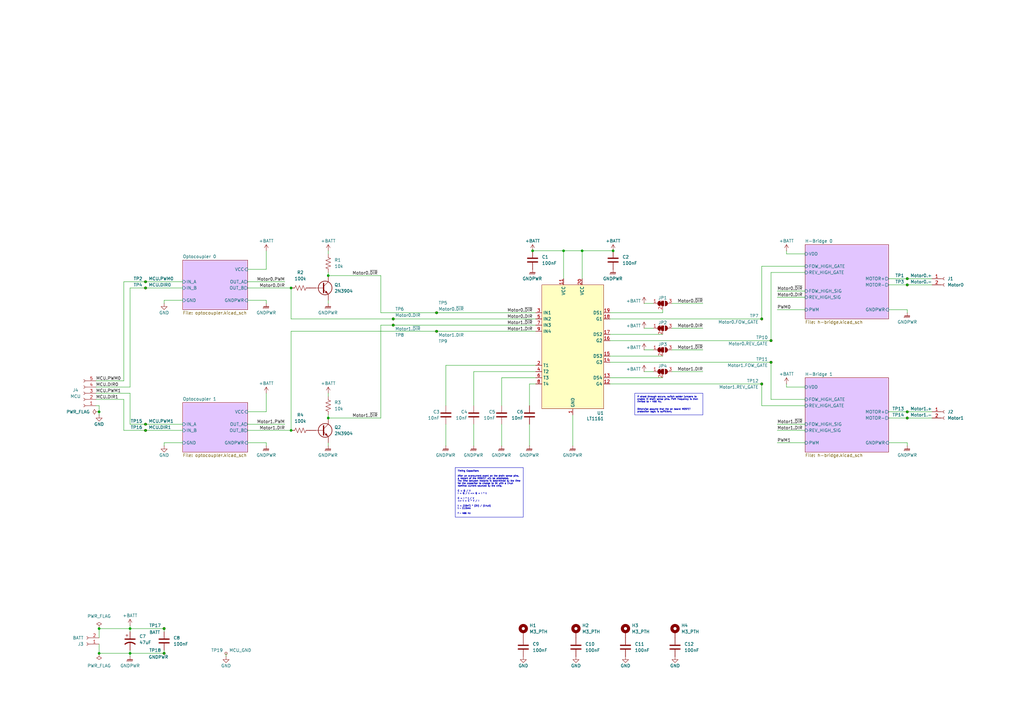
<source format=kicad_sch>
(kicad_sch (version 20250114) (generator "eeschema") (generator_version "9.0")
  (paper "A3")
  (title_block (title "Motor Controller") (date "2025-06-14") (rev "A") (company "Team 5") (comment 1 "George Sleen"))
  (lib_symbols
    (symbol "Connector:Conn_01x02_Socket" (pin_names (offset 1.016) (hide yes))
      (property "Reference" "J" (at 0 2.54 0))
      (property "Value" "Conn_01x02_Socket" (at 0 -5.08 0))
      (symbol "Conn_01x02_Socket_1_1"
        (polyline (pts (xy -1.27 0) (xy -0.508 0)) (stroke (width 0.1524)))
        (polyline (pts (xy -1.27 -2.54) (xy -0.508 -2.54)) (stroke (width 0.1524)))
        (arc (start 0 -0.508) (mid -0.5058 0) (end 0 0.508) (stroke (width 0.1524)))
        (arc (start 0 -3.048) (mid -0.5058 -2.54) (end 0 -2.032) (stroke (width 0.1524)))
        (pin passive line (at -5.08 0 0) (length 3.81) (name "Pin_1") (number "1"))
        (pin passive line (at -5.08 -2.54 0) (length 3.81) (name "Pin_2") (number "2"))
      )
    )
    (symbol "Connector:Conn_01x05_Socket" (pin_names (offset 1.016) (hide yes))
      (property "Reference" "J" (at 0 7.62 0))
      (property "Value" "Conn_01x05_Socket" (at 0 -7.62 0))
      (symbol "Conn_01x05_Socket_1_1"
        (polyline (pts (xy -1.27 5.08) (xy -0.508 5.08)) (stroke (width 0.1524)))
        (polyline (pts (xy -1.27 2.54) (xy -0.508 2.54)) (stroke (width 0.1524)))
        (polyline (pts (xy -1.27 0) (xy -0.508 0)) (stroke (width 0.1524)))
        (polyline (pts (xy -1.27 -2.54) (xy -0.508 -2.54)) (stroke (width 0.1524)))
        (polyline (pts (xy -1.27 -5.08) (xy -0.508 -5.08)) (stroke (width 0.1524)))
        (arc (start 0 4.572) (mid -0.5058 5.08) (end 0 5.588) (stroke (width 0.1524)))
        (arc (start 0 2.032) (mid -0.5058 2.54) (end 0 3.048) (stroke (width 0.1524)))
        (arc (start 0 -0.508) (mid -0.5058 0) (end 0 0.508) (stroke (width 0.1524)))
        (arc (start 0 -3.048) (mid -0.5058 -2.54) (end 0 -2.032) (stroke (width 0.1524)))
        (arc (start 0 -5.588) (mid -0.5058 -5.08) (end 0 -4.572) (stroke (width 0.1524)))
        (pin passive line (at -5.08 5.08 0) (length 3.81) (name "Pin_1") (number "1"))
        (pin passive line (at -5.08 2.54 0) (length 3.81) (name "Pin_2") (number "2"))
        (pin passive line (at -5.08 0 0) (length 3.81) (name "Pin_3") (number "3"))
        (pin passive line (at -5.08 -2.54 0) (length 3.81) (name "Pin_4") (number "4"))
        (pin passive line (at -5.08 -5.08 0) (length 3.81) (name "Pin_5") (number "5"))
      )
    )
    (symbol "Connector:TestPoint_Small" (pin_numbers (hide yes)) (pin_names (offset 0.762) (hide yes))
      (property "Reference" "TP" (at 0 3.81 0))
      (property "Value" "TestPoint_Small" (at 0 2.032 0))
      (symbol "TestPoint_Small_0_1"
        (circle (center 0 0) (radius 0.508))
      )
      (symbol "TestPoint_Small_1_1"
        (pin passive line (at 0 0 90) (length 0) (name "1") (number "1"))
      )
    )
    (symbol "Device:C_Polarized_US" (pin_numbers (hide yes)) (pin_names (offset 0.254) (hide yes))
      (property "Reference" "C" (at 0.635 2.54 0))
      (property "Value" "C_Polarized_US" (at 0.635 -2.54 0))
      (symbol "C_Polarized_US_0_1"
        (polyline (pts (xy -2.032 0.762) (xy 2.032 0.762)) (stroke (width 0.508)))
        (polyline (pts (xy -1.778 2.286) (xy -0.762 2.286)))
        (polyline (pts (xy -1.27 1.778) (xy -1.27 2.794)))
        (arc (start -2.032 -1.27) (mid 0 -0.5572) (end 2.032 -1.27) (stroke (width 0.508)))
      )
      (symbol "C_Polarized_US_1_1"
        (pin passive line (at 0 3.81 270) (length 2.794) (name "~") (number "1"))
        (pin passive line (at 0 -3.81 90) (length 3.302) (name "~") (number "2"))
      )
    )
    (symbol "GS_Capacitor_THT:C_THT_100nF" (pin_numbers (hide yes)) (pin_names (offset 0.254))
      (property "Reference" "C" (at 0.635 2.54 0))
      (property "Value" "100nF" (at 0.635 -2.54 0))
      (symbol "C_THT_100nF_0_1"
        (polyline (pts (xy -2.032 0.762) (xy 2.032 0.762)) (stroke (width 0.508)))
        (polyline (pts (xy -2.032 -0.762) (xy 2.032 -0.762)) (stroke (width 0.508)))
      )
      (symbol "C_THT_100nF_1_1"
        (pin passive line (at 0 3.81 270) (length 2.794) (name "~") (number "1"))
        (pin passive line (at 0 -3.81 90) (length 2.794) (name "~") (number "2"))
      )
    )
    (symbol "GS_Gate_Drivers:LT1161"
      (property "Reference" "U" (at 12.7 26.67 0))
      (property "Value" "LT1161" (at -12.7 26.67 0))
      (symbol "LT1161_1_1"
        (rectangle (start -12.7 25.4) (end 12.7 -25.4) (fill (type background)))
        (pin input line (at -15.24 13.97 0) (length 2.54) (name "IN1") (number "3"))
        (pin input line (at -15.24 11.43 0) (length 2.54) (name "IN2") (number "5"))
        (pin input line (at -15.24 8.89 0) (length 2.54) (name "IN3") (number "7"))
        (pin input line (at -15.24 6.35 0) (length 2.54) (name "IN4") (number "9"))
        (pin passive line (at -15.24 -7.62 0) (length 2.54) (name "T1") (number "2"))
        (pin passive line (at -15.24 -10.16 0) (length 2.54) (name "T2") (number "4"))
        (pin passive line (at -15.24 -12.7 0) (length 2.54) (name "T3") (number "6"))
        (pin passive line (at -15.24 -15.24 0) (length 2.54) (name "T4") (number "8"))
        (pin power_in line (at -3.81 27.94 270) (length 2.54) (name "VCC") (number "11"))
        (pin input line (at 0 -27.94 90) (length 2.54) (name "GND") (number "1"))
        (pin input line (at 0 -27.94 90) (length 2.54) (hide yes) (name "GND") (number "10"))
        (pin power_in line (at 3.81 27.94 270) (length 2.54) (name "VCC") (number "20"))
        (pin passive line (at 15.24 13.97 180) (length 2.54) (name "DS1") (number "19"))
        (pin output line (at 15.24 11.43 180) (length 2.54) (name "G1") (number "18"))
        (pin passive line (at 15.24 5.08 180) (length 2.54) (name "DS2") (number "17"))
        (pin output line (at 15.24 2.54 180) (length 2.54) (name "G2") (number "16"))
        (pin passive line (at 15.24 -3.81 180) (length 2.54) (name "DS3") (number "15"))
        (pin output line (at 15.24 -6.35 180) (length 2.54) (name "G3") (number "14"))
        (pin passive line (at 15.24 -12.7 180) (length 2.54) (name "DS4") (number "13"))
        (pin output line (at 15.24 -15.24 180) (length 2.54) (name "G4") (number "12"))
      )
    )
    (symbol "GS_Resistor_THT:R_250mW" (pin_numbers (hide yes)) (pin_names (offset 0))
      (property "Reference" "R" (at 2.54 0 90))
      (property "Value" "R_250mW" (at -2.54 0 90))
      (symbol "R_250mW_0_1"
        (polyline (pts (xy 0 2.286) (xy 0 2.54)))
        (polyline (pts (xy 0 2.286) (xy 1.016 1.905) (xy 0 1.524) (xy -1.016 1.143) (xy 0 0.762)))
        (polyline (pts (xy 0 0.762) (xy 1.016 0.381) (xy 0 0) (xy -1.016 -0.381) (xy 0 -0.762)))
        (polyline (pts (xy 0 -0.762) (xy 1.016 -1.143) (xy 0 -1.524) (xy -1.016 -1.905) (xy 0 -2.286)))
        (polyline (pts (xy 0 -2.286) (xy 0 -2.54)))
      )
      (symbol "R_250mW_1_1"
        (pin passive line (at 0 3.81 270) (length 1.27) (name "~") (number "1"))
        (pin passive line (at 0 -3.81 90) (length 1.27) (name "~") (number "2"))
      )
    )
    (symbol "GS_Transistors:BJT_NPN_40V_200mA" (pin_numbers (hide yes)) (pin_names (offset 0) (hide yes))
      (property "Reference" "Q" (at 5.08 1.27 0))
      (property "Value" "2N3904" (at 5.08 -1.27 0))
      (symbol "BJT_NPN_40V_200mA_0_1"
        (polyline (pts (xy -2.54 0) (xy 0.635 0)))
        (polyline (pts (xy 0.635 1.905) (xy 0.635 -1.905)) (stroke (width 0.508)))
        (polyline (pts (xy 0.635 0.635) (xy 2.54 2.54)))
        (polyline (pts (xy 0.635 -0.635) (xy 2.54 -2.54)))
        (circle (center 1.27 0) (radius 2.8194) (stroke (width 0.254)))
        (polyline (pts (xy 1.27 -1.778) (xy 1.778 -1.27) (xy 2.286 -2.286) (xy 1.27 -1.778)) (fill (type outline)))
      )
      (symbol "BJT_NPN_40V_200mA_1_1"
        (pin input line (at -5.08 0 0) (length 2.54) (name "B") (number "2"))
        (pin passive line (at 2.54 5.08 270) (length 2.54) (name "C") (number "3"))
        (pin passive line (at 2.54 -5.08 90) (length 2.54) (name "E") (number "1"))
      )
    )
    (symbol "GS_Virtual:SolderJumper_3_Bridged12" (pin_names (offset 0) (hide yes)) (in_bom no)
      (property "Reference" "JP" (at -2.54 -2.54 0))
      (property "Value" "VALUE" (at 0 2.794 0))
      (symbol "SolderJumper_3_Bridged12_0_1"
        (polyline (pts (xy -2.54 0) (xy -2.032 0)))
        (polyline (pts (xy -1.016 1.016) (xy -1.016 -1.016)))
        (rectangle (start -1.016 0.508) (end -0.508 -0.508) (fill (type outline)))
        (arc (start -1.016 -1.016) (mid -2.0276 0) (end -1.016 1.016))
        (arc (start -1.016 -1.016) (mid -2.0276 0) (end -1.016 1.016) (fill (type outline)))
        (rectangle (start -0.508 1.016) (end 0.508 -1.016) (fill (type outline)))
        (polyline (pts (xy 0 -1.27) (xy 0 -1.016)))
        (arc (start 1.016 1.016) (mid 2.0276 0) (end 1.016 -1.016))
        (arc (start 1.016 1.016) (mid 2.0276 0) (end 1.016 -1.016) (fill (type outline)))
        (polyline (pts (xy 1.016 1.016) (xy 1.016 -1.016)))
        (polyline (pts (xy 2.54 0) (xy 2.032 0)))
      )
      (symbol "SolderJumper_3_Bridged12_1_1"
        (pin passive line (at -3.81 0 0) (length 1.27) (name "A") (number "1"))
        (pin passive line (at 0 -2.54 90) (length 1.27) (name "C") (number "2"))
        (pin passive line (at 3.81 0 180) (length 1.27) (name "B") (number "3"))
      )
    )
    (symbol "Mechanical:MountingHole_Pad" (pin_numbers (hide yes)) (pin_names (offset 1.016) (hide yes)) (in_bom no)
      (property "Reference" "H" (at 0 6.35 0))
      (property "Value" "MountingHole_Pad" (at 0 4.445 0))
      (symbol "MountingHole_Pad_0_1"
        (circle (center 0 1.27) (radius 1.27) (stroke (width 1.27)))
      )
      (symbol "MountingHole_Pad_1_1"
        (pin input line (at 0 -2.54 90) (length 2.54) (name "1") (number "1"))
      )
    )
    (symbol "power:+BATT" (power) (pin_numbers (hide yes)) (pin_names (offset 0) (hide yes))
      (property "Value" "+BATT" (at 0 3.556 0))
      (symbol "+BATT_0_1"
        (polyline (pts (xy -0.762 1.27) (xy 0 2.54)))
        (polyline (pts (xy 0 2.54) (xy 0.762 1.27)))
        (polyline (pts (xy 0 0) (xy 0 2.54)))
      )
      (symbol "+BATT_1_1"
        (pin power_in line (at 0 0 90) (length 0) (name "~") (number "1"))
      )
    )
    (symbol "power:GND" (power) (pin_numbers (hide yes)) (pin_names (offset 0) (hide yes))
      (property "Value" "GND" (at 0 -3.81 0))
      (symbol "GND_0_1"
        (polyline (pts (xy 0 0) (xy 0 -1.27) (xy 1.27 -1.27) (xy 0 -2.54) (xy -1.27 -1.27) (xy 0 -1.27)))
      )
      (symbol "GND_1_1"
        (pin power_in line (at 0 0 270) (length 0) (name "~") (number "1"))
      )
    )
    (symbol "power:GNDPWR" (power) (pin_numbers (hide yes)) (pin_names (offset 0) (hide yes))
      (property "Value" "GNDPWR" (at 0 -3.302 0))
      (symbol "GNDPWR_0_1"
        (polyline (pts (xy -1.016 -1.27) (xy -1.27 -2.032) (xy -1.27 -2.032)) (stroke (width 0.2032)))
        (polyline (pts (xy -0.508 -1.27) (xy -0.762 -2.032) (xy -0.762 -2.032)) (stroke (width 0.2032)))
        (polyline (pts (xy 0 -1.27) (xy 0 0)))
        (polyline (pts (xy 0 -1.27) (xy -0.254 -2.032) (xy -0.254 -2.032)) (stroke (width 0.2032)))
        (polyline (pts (xy 0.508 -1.27) (xy 0.254 -2.032) (xy 0.254 -2.032)) (stroke (width 0.2032)))
        (polyline (pts (xy 1.016 -1.27) (xy -1.016 -1.27) (xy -1.016 -1.27)) (stroke (width 0.2032)))
        (polyline (pts (xy 1.016 -1.27) (xy 0.762 -2.032) (xy 0.762 -2.032) (xy 0.762 -2.032)) (stroke (width 0.2032)))
      )
      (symbol "GNDPWR_1_1"
        (pin power_in line (at 0 0 270) (length 0) (name "~") (number "1"))
      )
    )
    (symbol "power:PWR_FLAG" (power) (pin_numbers (hide yes)) (pin_names (offset 0) (hide yes))
      (property "Value" "PWR_FLAG" (at 0 3.81 0))
      (symbol "PWR_FLAG_0_0"
        (pin power_out line (at 0 0 90) (length 0) (name "~") (number "1"))
      )
      (symbol "PWR_FLAG_0_1"
        (polyline (pts (xy 0 0) (xy 0 1.27) (xy -1.016 1.905) (xy 0 2.54) (xy 1.016 1.905) (xy 0 1.27)))
      )
    )
  )
  (text_box "If shoot through occurs, switch solder jumpers to enable IC drain sense pins. PWM frequency is then limited to ~ 450 Hz.\n\n\nOtherwise assume that the on board MOSFET protection logic is sufficient." (at 260.35 161.29 0) (size 27.94 8.89) (margins 0.9525 0.9525 0.9525 0.9525) (effects (font (size 0.635 0.635)) (justify left top)))
  (text_box "Timing Capacitors\n\nAfter an overcurrent event on the drain sense pins, a restart of the MOSFET will be attempted.\nThe time between restarts is determined by the time for the capacitor to charge to 3V with a 14uA nominal current sourced by the chip.\n\nC = Q / V\nI = Q / t => Q = I * t\n\nC = I * t / V \n=> t = C * V / I\n\nt = (10nF) * (3V) / (14uA)\nt ~ 2.15ms\n\nf ~ 466 Hz\n" (at 186.69 191.77 0) (size 27.94 20.32) (margins 0.9525 0.9525 0.9525 0.9525) (effects (font (size 0.635 0.635)) (justify left top)))
  (junction (at 312.42 130.81))
  (junction (at 134.62 113.03))
  (junction (at 312.42 157.48))
  (junction (at 161.29 130.81))
  (junction (at 372.11 168.91))
  (junction (at 179.07 128.27))
  (junction (at 119.38 118.11))
  (junction (at 238.76 102.87))
  (junction (at 134.62 171.45))
  (junction (at 40.64 257.81))
  (junction (at 67.31 257.81))
  (junction (at 59.69 115.57))
  (junction (at 316.23 148.59))
  (junction (at 59.69 176.53))
  (junction (at 119.38 176.53))
  (junction (at 372.11 171.45))
  (junction (at 179.07 135.89))
  (junction (at 67.31 267.97))
  (junction (at 59.69 173.99))
  (junction (at 372.11 116.84))
  (junction (at 53.34 257.81))
  (junction (at 161.29 133.35))
  (junction (at 53.34 267.97))
  (junction (at 218.44 102.87))
  (junction (at 372.11 114.3))
  (junction (at 316.23 139.7))
  (junction (at 231.14 102.87))
  (junction (at 251.46 102.87))
  (junction (at 59.69 118.11))
  (junction (at 40.64 267.97))
  (junction (at 40.64 168.91))
  (wire (pts (xy 182.88 149.86) (xy 182.88 166.37)))
  (wire (pts (xy 40.64 166.37) (xy 40.64 168.91)))
  (wire (pts (xy 134.62 102.87) (xy 134.62 104.14)))
  (wire (pts (xy 271.78 128.27) (xy 250.19 128.27)))
  (wire (pts (xy 59.69 118.11) (xy 74.93 118.11)))
  (wire (pts (xy 312.42 109.22) (xy 330.2 109.22)))
  (wire (pts (xy 156.21 128.27) (xy 179.07 128.27)))
  (wire (pts (xy 161.29 130.81) (xy 219.71 130.81)))
  (wire (pts (xy 67.31 181.61) (xy 67.31 182.88)))
  (wire (pts (xy 134.62 182.88) (xy 134.62 181.61)))
  (wire (pts (xy 67.31 267.97) (xy 67.31 266.7)))
  (wire (pts (xy 182.88 173.99) (xy 182.88 182.88)))
  (wire (pts (xy 92.71 269.24) (xy 92.71 267.97)))
  (wire (pts (xy 264.16 152.4) (xy 267.97 152.4)))
  (wire (pts (xy 312.42 166.37) (xy 312.42 157.48)))
  (wire (pts (xy 156.21 133.35) (xy 161.29 133.35)))
  (wire (pts (xy 194.31 173.99) (xy 194.31 182.88)))
  (wire (pts (xy 134.62 170.18) (xy 134.62 171.45)))
  (wire (pts (xy 109.22 168.91) (xy 101.6 168.91)))
  (wire (pts (xy 50.8 156.21) (xy 50.8 115.57)))
  (wire (pts (xy 109.22 181.61) (xy 101.6 181.61)))
  (wire (pts (xy 53.34 158.75) (xy 53.34 118.11)))
  (wire (pts (xy 109.22 124.46) (xy 109.22 123.19)))
  (wire (pts (xy 53.34 161.29) (xy 39.37 161.29)))
  (wire (pts (xy 179.07 135.89) (xy 119.38 135.89)))
  (wire (pts (xy 318.77 119.38) (xy 330.2 119.38)))
  (wire (pts (xy 119.38 130.81) (xy 161.29 130.81)))
  (wire (pts (xy 53.34 173.99) (xy 59.69 173.99)))
  (wire (pts (xy 330.2 111.76) (xy 316.23 111.76)))
  (wire (pts (xy 134.62 171.45) (xy 156.21 171.45)))
  (wire (pts (xy 134.62 111.76) (xy 134.62 113.03)))
  (wire (pts (xy 119.38 118.11) (xy 101.6 118.11)))
  (wire (pts (xy 322.58 102.87) (xy 322.58 104.14)))
  (wire (pts (xy 364.49 114.3) (xy 372.11 114.3)))
  (wire (pts (xy 322.58 157.48) (xy 322.58 158.75)))
  (wire (pts (xy 40.64 166.37) (xy 39.37 166.37)))
  (wire (pts (xy 264.16 134.62) (xy 267.97 134.62)))
  (wire (pts (xy 288.29 152.4) (xy 275.59 152.4)))
  (wire (pts (xy 312.42 166.37) (xy 330.2 166.37)))
  (wire (pts (xy 194.31 166.37) (xy 194.31 152.4)))
  (wire (pts (xy 53.34 118.11) (xy 59.69 118.11)))
  (wire (pts (xy 219.71 149.86) (xy 182.88 149.86)))
  (wire (pts (xy 109.22 110.49) (xy 101.6 110.49)))
  (wire (pts (xy 238.76 102.87) (xy 238.76 114.3)))
  (wire (pts (xy 231.14 102.87) (xy 238.76 102.87)))
  (wire (pts (xy 53.34 266.7) (xy 53.34 267.97)))
  (wire (pts (xy 318.77 173.99) (xy 330.2 173.99)))
  (wire (pts (xy 194.31 152.4) (xy 219.71 152.4)))
  (wire (pts (xy 67.31 257.81) (xy 53.34 257.81)))
  (wire (pts (xy 318.77 127) (xy 330.2 127)))
  (wire (pts (xy 312.42 109.22) (xy 312.42 130.81)))
  (wire (pts (xy 53.34 257.81) (xy 40.64 257.81)))
  (wire (pts (xy 382.27 116.84) (xy 372.11 116.84)))
  (wire (pts (xy 364.49 116.84) (xy 372.11 116.84)))
  (wire (pts (xy 219.71 135.89) (xy 179.07 135.89)))
  (wire (pts (xy 322.58 104.14) (xy 330.2 104.14)))
  (wire (pts (xy 156.21 113.03) (xy 156.21 128.27)))
  (wire (pts (xy 39.37 156.21) (xy 50.8 156.21)))
  (wire (pts (xy 372.11 182.88) (xy 372.11 181.61)))
  (wire (pts (xy 101.6 115.57) (xy 116.84 115.57)))
  (wire (pts (xy 67.31 181.61) (xy 74.93 181.61)))
  (wire (pts (xy 250.19 154.94) (xy 271.78 154.94)))
  (wire (pts (xy 53.34 173.99) (xy 53.34 161.29)))
  (wire (pts (xy 109.22 102.87) (xy 109.22 110.49)))
  (wire (pts (xy 372.11 181.61) (xy 364.49 181.61)))
  (wire (pts (xy 372.11 128.27) (xy 372.11 127)))
  (wire (pts (xy 50.8 115.57) (xy 59.69 115.57)))
  (wire (pts (xy 372.11 127) (xy 364.49 127)))
  (wire (pts (xy 53.34 256.54) (xy 53.34 257.81)))
  (wire (pts (xy 59.69 176.53) (xy 74.93 176.53)))
  (wire (pts (xy 40.64 264.16) (xy 40.64 267.97)))
  (wire (pts (xy 217.17 166.37) (xy 217.17 157.48)))
  (wire (pts (xy 53.34 257.81) (xy 53.34 259.08)))
  (wire (pts (xy 316.23 163.83) (xy 330.2 163.83)))
  (wire (pts (xy 288.29 124.46) (xy 275.59 124.46)))
  (wire (pts (xy 134.62 124.46) (xy 134.62 123.19)))
  (wire (pts (xy 134.62 113.03) (xy 156.21 113.03)))
  (wire (pts (xy 59.69 115.57) (xy 74.93 115.57)))
  (wire (pts (xy 322.58 158.75) (xy 330.2 158.75)))
  (wire (pts (xy 67.31 257.81) (xy 67.31 259.08)))
  (wire (pts (xy 109.22 161.29) (xy 109.22 168.91)))
  (wire (pts (xy 67.31 267.97) (xy 53.34 267.97)))
  (wire (pts (xy 156.21 171.45) (xy 156.21 133.35)))
  (wire (pts (xy 316.23 148.59) (xy 316.23 163.83)))
  (wire (pts (xy 372.11 168.91) (xy 364.49 168.91)))
  (wire (pts (xy 318.77 176.53) (xy 330.2 176.53)))
  (wire (pts (xy 288.29 143.51) (xy 275.59 143.51)))
  (wire (pts (xy 50.8 163.83) (xy 39.37 163.83)))
  (wire (pts (xy 372.11 168.91) (xy 382.27 168.91)))
  (wire (pts (xy 59.69 173.99) (xy 74.93 173.99)))
  (wire (pts (xy 40.64 267.97) (xy 53.34 267.97)))
  (wire (pts (xy 217.17 173.99) (xy 217.17 182.88)))
  (wire (pts (xy 231.14 114.3) (xy 231.14 102.87)))
  (wire (pts (xy 205.74 166.37) (xy 205.74 154.94)))
  (wire (pts (xy 264.16 143.51) (xy 267.97 143.51)))
  (wire (pts (xy 179.07 128.27) (xy 219.71 128.27)))
  (wire (pts (xy 238.76 102.87) (xy 251.46 102.87)))
  (wire (pts (xy 119.38 118.11) (xy 119.38 130.81)))
  (wire (pts (xy 205.74 173.99) (xy 205.74 182.88)))
  (wire (pts (xy 53.34 269.24) (xy 53.34 267.97)))
  (wire (pts (xy 250.19 148.59) (xy 316.23 148.59)))
  (wire (pts (xy 250.19 157.48) (xy 312.42 157.48)))
  (wire (pts (xy 217.17 157.48) (xy 219.71 157.48)))
  (wire (pts (xy 109.22 182.88) (xy 109.22 181.61)))
  (wire (pts (xy 101.6 173.99) (xy 116.84 173.99)))
  (wire (pts (xy 161.29 133.35) (xy 219.71 133.35)))
  (wire (pts (xy 134.62 162.56) (xy 134.62 161.29)))
  (wire (pts (xy 50.8 176.53) (xy 59.69 176.53)))
  (wire (pts (xy 318.77 121.92) (xy 330.2 121.92)))
  (wire (pts (xy 382.27 114.3) (xy 372.11 114.3)))
  (wire (pts (xy 205.74 154.94) (xy 219.71 154.94)))
  (wire (pts (xy 50.8 176.53) (xy 50.8 163.83)))
  (wire (pts (xy 109.22 123.19) (xy 101.6 123.19)))
  (wire (pts (xy 119.38 135.89) (xy 119.38 176.53)))
  (wire (pts (xy 40.64 168.91) (xy 40.64 170.18)))
  (wire (pts (xy 67.31 123.19) (xy 74.93 123.19)))
  (wire (pts (xy 67.31 123.19) (xy 67.31 124.46)))
  (wire (pts (xy 231.14 102.87) (xy 218.44 102.87)))
  (wire (pts (xy 271.78 127) (xy 271.78 128.27)))
  (wire (pts (xy 101.6 176.53) (xy 119.38 176.53)))
  (wire (pts (xy 250.19 137.16) (xy 271.78 137.16)))
  (wire (pts (xy 288.29 134.62) (xy 275.59 134.62)))
  (wire (pts (xy 250.19 139.7) (xy 316.23 139.7)))
  (wire (pts (xy 39.37 158.75) (xy 53.34 158.75)))
  (wire (pts (xy 318.77 181.61) (xy 330.2 181.61)))
  (wire (pts (xy 250.19 146.05) (xy 271.78 146.05)))
  (wire (pts (xy 372.11 171.45) (xy 382.27 171.45)))
  (wire (pts (xy 372.11 171.45) (xy 364.49 171.45)))
  (wire (pts (xy 264.16 124.46) (xy 267.97 124.46)))
  (wire (pts (xy 40.64 257.81) (xy 40.64 261.62)))
  (wire (pts (xy 316.23 111.76) (xy 316.23 139.7)))
  (wire (pts (xy 234.95 170.18) (xy 234.95 182.88)))
  (wire (pts (xy 250.19 130.81) (xy 312.42 130.81)))
  (label "Motor1.DIR" (at 318.77 176.53 0))
  (label "Motor0.~{DIR}" (at 318.77 119.38 0))
  (label "Motor1.DIR" (at 116.84 176.53 180))
  (label "Motor1.DIR" (at 288.29 152.4 180))
  (label "Motor0.DIR" (at 116.84 118.11 180))
  (label "PWM1" (at 318.77 181.61 0))
  (label "Motor1.~{DIR}" (at 218.44 133.35 180))
  (label "Motor0.~{DIR}" (at 288.29 124.46 180))
  (label "MCU.DIR0" (at 39.37 158.75 0))
  (label "MCU.PWM1" (at 39.37 161.29 0))
  (label "Motor1.~{DIR}" (at 318.77 173.99 0))
  (label "MCU.PWM0" (at 39.37 156.21 0))
  (label "PWM0" (at 318.77 127 0))
  (label "MCU.DIR1" (at 39.37 163.83 0))
  (label "Motor0.DIR" (at 218.44 130.81 180))
  (label "Motor0.DIR" (at 288.29 134.62 180))
  (label "Motor1.~{DIR}" (at 288.29 143.51 180))
  (label "Motor0.DIR" (at 318.77 121.92 0))
  (label "Motor1.~{DIR}" (at 154.94 171.45 180))
  (label "Motor0.PWM" (at 116.84 115.57 180))
  (label "Motor0.~{DIR}" (at 154.94 113.03 180))
  (label "Motor1.PWM" (at 116.84 173.99 180))
  (label "Motor1.DIR" (at 218.44 135.89 180))
  (label "Motor0.~{DIR}" (at 218.44 128.27 180))
  (symbol (lib_id "Connector:TestPoint_Small") (at 67.31 267.97 0) (unit 1)
    (property "Reference" "TP18" (at 66.04 266.6999 0) (effects (justify right)))
    (property "Value" "GNDPWR" (at 60.96 269.494 0) (effects (justify left)))
    (property "Footprint" "TestPoint:TestPoint_Pad_1.5x1.5mm" (effects (hide yes)))
    (property "Description" "test point" (effects (hide yes)))
  )
  (symbol (lib_id "power:GND") (at 276.86 269.24 0) (unit 1)
    (property "Reference" "#PWR035" (effects (hide yes)))
    (property "Value" "GND" (at 276.86 273.05 0))
    (property "Description" "Power symbol creates a global label with name \"GND\" , ground" (effects (hide yes)))
  )
  (symbol (lib_id "power:+BATT") (at 322.58 157.48 0) (unit 1)
    (property "Reference" "#PWR016" (effects (hide yes)))
    (property "Value" "+BATT" (at 322.58 153.416 0))
    (property "Description" "Power symbol creates a global label with name \"+BATT\"" (effects (hide yes)))
  )
  (symbol (lib_id "Connector:TestPoint_Small") (at 67.31 257.81 0) (unit 1)
    (property "Reference" "TP17" (at 66.04 256.5399 0) (effects (justify right)))
    (property "Value" "BATT" (at 61.214 259.334 0) (effects (justify left)))
    (property "Footprint" "TestPoint:TestPoint_Pad_1.5x1.5mm" (effects (hide yes)))
    (property "Description" "test point" (effects (hide yes)))
  )
  (symbol (lib_id "GS_Virtual:SolderJumper_3_Bridged12") (at 271.78 143.51 0) (unit 1) (in_bom no)
    (property "Reference" "JP3" (at 271.78 141.224 0))
    (property "Value" "MOTOR1_FOW" (effects (hide yes)))
    (property "Footprint" "Jumper:SolderJumper-3_P1.3mm_Bridged12_RoundedPad1.0x1.5mm" (effects (hide yes)))
    (property "Description" "3-pole Solder Jumper, pins 1+2 closed/bridged" (effects (hide yes)))
  )
  (symbol (lib_id "Connector:Conn_01x05_Socket") (at 34.29 161.29 180) (unit 1)
    (property "Reference" "J4" (at 30.988 160.02 0))
    (property "Value" "MCU" (at 30.988 162.56 0))
    (property "Footprint" "Connector_JST:JST_XH_B5B-XH-A_1x05_P2.50mm_Vertical" (effects (hide yes)))
    (property "Description" "Generic connector, single row, 01x05, script generated" (effects (hide yes)))
  )
  (symbol (lib_id "power:+BATT") (at 109.22 161.29 0) (mirror y) (unit 1)
    (property "Reference" "#PWR017" (effects (hide yes)))
    (property "Value" "+BATT" (at 109.22 157.226 0))
    (property "Description" "Power symbol creates a global label with name \"+BATT\"" (effects (hide yes)))
  )
  (symbol (lib_id "power:GNDPWR") (at 109.22 182.88 0) (unit 1)
    (property "Reference" "#PWR021" (effects (hide yes)))
    (property "Value" "GNDPWR" (at 109.22 186.69 0))
    (property "Description" "Power symbol creates a global label with name \"GNDPWR\" , global ground" (effects (hide yes)))
  )
  (symbol (lib_id "power:PWR_FLAG") (at 40.64 257.81 0) (unit 1)
    (property "Reference" "#FLG01" (effects (hide yes)))
    (property "Value" "PWR_FLAG" (at 40.64 252.73 0))
    (property "Description" "Special symbol for telling ERC where power comes from" (effects (hide yes)))
  )
  (symbol (lib_id "GS_Capacitor_THT:C_THT_100nF") (at 67.31 262.89 0) (unit 1)
    (property "Reference" "C8" (at 71.12 261.6199 0) (effects (justify left)))
    (property "Value" "100nF" (at 71.12 264.1599 0) (effects (justify left)))
    (property "Footprint" "Capacitor_THT:C_Disc_D3.0mm_W2.0mm_P2.50mm" (effects (hide yes)))
    (property "Description" "100nF Unpolarized Capacitor" (effects (hide yes)))
  )
  (symbol (lib_id "Connector:Conn_01x02_Socket") (at 387.35 114.3 0) (unit 1)
    (property "Reference" "J1" (at 388.62 114.2999 0) (effects (justify left)))
    (property "Value" "Motor0" (at 388.62 116.8399 0) (effects (justify left)))
    (property "Footprint" "Connector_JST:JST_XH_B2B-XH-A_1x02_P2.50mm_Vertical" (effects (hide yes)))
    (property "Description" "Generic connector, single row, 01x02, script generated" (effects (hide yes)))
  )
  (symbol (lib_id "Connector:Conn_01x02_Socket") (at 35.56 264.16 180) (unit 1)
    (property "Reference" "J3" (at 34.29 264.1601 0) (effects (justify left)))
    (property "Value" "BATT" (at 34.29 261.6201 0) (effects (justify left)))
    (property "Footprint" "Connector_JST:JST_XH_B2B-XH-A_1x02_P2.50mm_Vertical" (effects (hide yes)))
    (property "Description" "Generic connector, single row, 01x02, script generated" (effects (hide yes)))
  )
  (symbol (lib_id "Mechanical:MountingHole_Pad") (at 276.86 259.08 0) (unit 1) (in_bom no)
    (property "Reference" "H4" (at 279.4 256.5399 0) (effects (justify left)))
    (property "Value" "M3_PTH" (at 279.4 259.0799 0) (effects (justify left)))
    (property "Footprint" "MountingHole:MountingHole_3.2mm_M3_Pad" (effects (hide yes)))
    (property "Description" "Mounting Hole with connection" (effects (hide yes)))
  )
  (symbol (lib_id "Connector:TestPoint_Small") (at 312.42 130.81 0) (unit 1)
    (property "Reference" "TP7" (at 311.15 129.5399 0) (effects (justify right)))
    (property "Value" "Motor0.FOW_GATE" (at 311.15 132.0799 0) (effects (justify right)))
    (property "Footprint" "TestPoint:TestPoint_Pad_1.5x1.5mm" (effects (hide yes)))
    (property "Description" "test point" (effects (hide yes)))
  )
  (symbol (lib_id "power:GNDPWR") (at 217.17 182.88 0) (unit 1)
    (property "Reference" "#PWR026" (effects (hide yes)))
    (property "Value" "GNDPWR" (at 217.043 186.69 0))
    (property "Description" "Power symbol creates a global label with name \"GNDPWR\" , global ground" (effects (hide yes)))
  )
  (symbol (lib_id "power:GND") (at 256.54 269.24 0) (unit 1)
    (property "Reference" "#PWR034" (effects (hide yes)))
    (property "Value" "GND" (at 256.54 273.05 0))
    (property "Description" "Power symbol creates a global label with name \"GND\" , ground" (effects (hide yes)))
  )
  (symbol (lib_id "power:GND") (at 92.71 269.24 0) (unit 1)
    (property "Reference" "#PWR031" (effects (hide yes)))
    (property "Value" "GND" (at 92.71 273.05 0))
    (property "Description" "Power symbol creates a global label with name \"GND\" , ground" (effects (hide yes)))
  )
  (symbol (lib_id "GS_Capacitor_THT:C_THT_100nF") (at 236.22 265.43 0) (unit 1)
    (property "Reference" "C10" (at 240.03 264.1599 0) (effects (justify left)))
    (property "Value" "100nF" (at 240.03 266.6999 0) (effects (justify left)))
    (property "Footprint" "Capacitor_THT:C_Disc_D3.0mm_W2.0mm_P2.50mm" (effects (hide yes)))
    (property "Description" "100nF Unpolarized Capacitor" (effects (hide yes)))
  )
  (symbol (lib_id "power:GNDPWR") (at 205.74 182.88 0) (unit 1)
    (property "Reference" "#PWR025" (effects (hide yes)))
    (property "Value" "GNDPWR" (at 205.613 186.69 0))
    (property "Description" "Power symbol creates a global label with name \"GNDPWR\" , global ground" (effects (hide yes)))
  )
  (symbol (lib_id "power:GNDPWR") (at 134.62 182.88 0) (unit 1)
    (property "Reference" "#PWR022" (effects (hide yes)))
    (property "Value" "GNDPWR" (at 134.493 186.69 0))
    (property "Description" "Power symbol creates a global label with name \"GNDPWR\" , global ground" (effects (hide yes)))
  )
  (symbol (lib_id "Connector:TestPoint_Small") (at 59.69 115.57 0) (unit 1)
    (property "Reference" "TP2" (at 58.42 114.2999 0) (effects (justify right)))
    (property "Value" "MCU.PWM0" (at 60.96 114.3 0) (effects (justify left)))
    (property "Footprint" "TestPoint:TestPoint_Pad_1.5x1.5mm" (effects (hide yes)))
    (property "Description" "test point" (effects (hide yes)))
  )
  (symbol (lib_id "GS_Resistor_THT:R_250mW") (at 134.62 166.37 0) (unit 1)
    (property "Reference" "R3" (at 137.16 165.0999 0) (effects (justify left)))
    (property "Value" "10k" (at 137.16 167.6399 0) (effects (justify left)))
    (property "Footprint" "Resistor_THT:R_Axial_DIN0309_L9.0mm_D3.2mm_P12.70mm_Horizontal" (effects (hide yes)))
    (property "Description" "Resistor, US symbol" (effects (hide yes)))
  )
  (symbol (lib_id "power:+BATT") (at 264.16 134.62 0) (unit 1)
    (property "Reference" "#PWR013" (effects (hide yes)))
    (property "Value" "+BATT" (at 259.842 133.604 0))
    (property "Description" "Power symbol creates a global label with name \"+BATT\"" (effects (hide yes)))
  )
  (symbol (lib_id "GS_Resistor_THT:R_250mW") (at 123.19 176.53 90) (unit 1)
    (property "Reference" "R4" (at 123.19 170.18 90))
    (property "Value" "100k" (at 123.19 172.72 90))
    (property "Footprint" "Resistor_THT:R_Axial_DIN0309_L9.0mm_D3.2mm_P12.70mm_Horizontal" (effects (hide yes)))
    (property "Description" "Resistor, US symbol" (effects (hide yes)))
  )
  (symbol (lib_id "GS_Capacitor_THT:C_THT_100nF") (at 276.86 265.43 0) (unit 1)
    (property "Reference" "C12" (at 280.67 264.1599 0) (effects (justify left)))
    (property "Value" "100nF" (at 280.67 266.6999 0) (effects (justify left)))
    (property "Footprint" "Capacitor_THT:C_Disc_D3.0mm_W2.0mm_P2.50mm" (effects (hide yes)))
    (property "Description" "100nF Unpolarized Capacitor" (effects (hide yes)))
  )
  (symbol (lib_id "power:GNDPWR") (at 134.62 124.46 0) (unit 1)
    (property "Reference" "#PWR010" (effects (hide yes)))
    (property "Value" "GNDPWR" (at 134.493 128.27 0))
    (property "Description" "Power symbol creates a global label with name \"GNDPWR\" , global ground" (effects (hide yes)))
  )
  (symbol (lib_id "Connector:TestPoint_Small") (at 161.29 133.35 180) (unit 1)
    (property "Reference" "TP8" (at 162.052 137.414 0) (effects (justify right)))
    (property "Value" "Motor1.~{DIR}" (at 162.052 134.874 0) (effects (justify right)))
    (property "Footprint" "TestPoint:TestPoint_Pad_1.5x1.5mm" (effects (hide yes)))
    (property "Description" "test point" (effects (hide yes)))
  )
  (symbol (lib_id "power:+BATT") (at 53.34 256.54 0) (mirror y) (unit 1)
    (property "Reference" "#PWR029" (effects (hide yes)))
    (property "Value" "+BATT" (at 53.34 252.476 0))
    (property "Description" "Power symbol creates a global label with name \"+BATT\"" (effects (hide yes)))
  )
  (symbol (lib_id "Mechanical:MountingHole_Pad") (at 236.22 259.08 0) (unit 1) (in_bom no)
    (property "Reference" "H2" (at 238.76 256.5399 0) (effects (justify left)))
    (property "Value" "M3_PTH" (at 238.76 259.0799 0) (effects (justify left)))
    (property "Footprint" "MountingHole:MountingHole_3.2mm_M3_Pad" (effects (hide yes)))
    (property "Description" "Mounting Hole with connection" (effects (hide yes)))
  )
  (symbol (lib_id "GS_Virtual:SolderJumper_3_Bridged12") (at 271.78 152.4 0) (unit 1) (in_bom no)
    (property "Reference" "JP4" (at 271.78 150.114 0))
    (property "Value" "MOTOR1_REV" (effects (hide yes)))
    (property "Footprint" "Jumper:SolderJumper-3_P1.3mm_Bridged12_RoundedPad1.0x1.5mm" (effects (hide yes)))
    (property "Description" "3-pole Solder Jumper, pins 1+2 closed/bridged" (effects (hide yes)))
  )
  (symbol (lib_id "power:+BATT") (at 109.22 102.87 0) (mirror y) (unit 1)
    (property "Reference" "#PWR01" (effects (hide yes)))
    (property "Value" "+BATT" (at 109.22 98.806 0))
    (property "Description" "Power symbol creates a global label with name \"+BATT\"" (effects (hide yes)))
  )
  (symbol (lib_id "GS_Virtual:SolderJumper_3_Bridged12") (at 271.78 134.62 0) (unit 1) (in_bom no)
    (property "Reference" "JP2" (at 271.78 132.334 0))
    (property "Value" "MOTOR0_REV" (effects (hide yes)))
    (property "Footprint" "Jumper:SolderJumper-3_P1.3mm_Bridged12_RoundedPad1.0x1.5mm" (effects (hide yes)))
    (property "Description" "3-pole Solder Jumper, pins 1+2 closed/bridged" (effects (hide yes)))
  )
  (symbol (lib_id "Connector:TestPoint_Small") (at 372.11 116.84 0) (unit 1)
    (property "Reference" "TP3" (at 370.84 115.5699 0) (effects (justify right)))
    (property "Value" "Motor0.-" (at 373.38 115.57 0) (effects (justify left)))
    (property "Footprint" "TestPoint:TestPoint_Pad_1.5x1.5mm" (effects (hide yes)))
    (property "Description" "test point" (effects (hide yes)))
  )
  (symbol (lib_id "power:+BATT") (at 134.62 102.87 0) (mirror y) (unit 1)
    (property "Reference" "#PWR02" (effects (hide yes)))
    (property "Value" "+BATT" (at 134.62 98.806 0))
    (property "Description" "Power symbol creates a global label with name \"+BATT\"" (effects (hide yes)))
  )
  (symbol (lib_id "power:GND") (at 40.64 170.18 0) (unit 1)
    (property "Reference" "#PWR019" (effects (hide yes)))
    (property "Value" "GND" (at 40.64 173.99 0))
    (property "Description" "Power symbol creates a global label with name \"GND\" , ground" (effects (hide yes)))
  )
  (symbol (lib_id "power:GNDPWR") (at 251.46 110.49 0) (unit 1)
    (property "Reference" "#PWR07" (effects (hide yes)))
    (property "Value" "GNDPWR" (at 251.333 114.3 0))
    (property "Description" "Power symbol creates a global label with name \"GNDPWR\" , global ground" (effects (hide yes)))
  )
  (symbol (lib_id "power:+BATT") (at 264.16 124.46 0) (unit 1)
    (property "Reference" "#PWR011" (effects (hide yes)))
    (property "Value" "+BATT" (at 259.842 123.444 0))
    (property "Description" "Power symbol creates a global label with name \"+BATT\"" (effects (hide yes)))
  )
  (symbol (lib_id "Connector:TestPoint_Small") (at 59.69 176.53 0) (unit 1)
    (property "Reference" "TP16" (at 58.42 175.2599 0) (effects (justify right)))
    (property "Value" "MCU.DIR1" (at 60.96 175.26 0) (effects (justify left)))
    (property "Footprint" "TestPoint:TestPoint_Pad_1.5x1.5mm" (effects (hide yes)))
    (property "Description" "test point" (effects (hide yes)))
  )
  (symbol (lib_id "power:GNDPWR") (at 372.11 182.88 0) (unit 1)
    (property "Reference" "#PWR028" (effects (hide yes)))
    (property "Value" "GNDPWR" (at 372.11 186.69 0))
    (property "Description" "Power symbol creates a global label with name \"GNDPWR\" , global ground" (effects (hide yes)))
  )
  (symbol (lib_id "GS_Virtual:SolderJumper_3_Bridged12") (at 271.78 124.46 0) (unit 1) (in_bom no)
    (property "Reference" "JP1" (at 271.78 122.174 0))
    (property "Value" "Motor0_FOW" (effects (hide yes)))
    (property "Footprint" "Jumper:SolderJumper-3_P1.3mm_Bridged12_RoundedPad1.0x1.5mm" (effects (hide yes)))
    (property "Description" "3-pole Solder Jumper, pins 1+2 closed/bridged" (effects (hide yes)))
  )
  (symbol (lib_id "power:GNDPWR") (at 53.34 269.24 0) (unit 1)
    (property "Reference" "#PWR030" (effects (hide yes)))
    (property "Value" "GNDPWR" (at 53.34 273.05 0))
    (property "Description" "Power symbol creates a global label with name \"GNDPWR\" , global ground" (effects (hide yes)))
  )
  (symbol (lib_id "Connector:TestPoint_Small") (at 92.71 267.97 0) (unit 1)
    (property "Reference" "TP19" (at 91.44 266.6999 0) (effects (justify right)))
    (property "Value" "MCU_GND" (at 93.98 266.7 0) (effects (justify left)))
    (property "Footprint" "TestPoint:TestPoint_Pad_1.5x1.5mm" (effects (hide yes)))
    (property "Description" "test point" (effects (hide yes)))
  )
  (symbol (lib_id "power:+BATT") (at 218.44 102.87 0) (unit 1)
    (property "Reference" "#PWR03" (effects (hide yes)))
    (property "Value" "+BATT" (at 218.44 98.806 0))
    (property "Description" "Power symbol creates a global label with name \"+BATT\"" (effects (hide yes)))
  )
  (symbol (lib_id "power:GNDPWR") (at 372.11 128.27 0) (unit 1)
    (property "Reference" "#PWR012" (effects (hide yes)))
    (property "Value" "GNDPWR" (at 372.11 132.08 0))
    (property "Description" "Power symbol creates a global label with name \"GNDPWR\" , global ground" (effects (hide yes)))
  )
  (symbol (lib_id "power:+BATT") (at 264.16 152.4 0) (unit 1)
    (property "Reference" "#PWR015" (effects (hide yes)))
    (property "Value" "+BATT" (at 259.842 151.384 0))
    (property "Description" "Power symbol creates a global label with name \"+BATT\"" (effects (hide yes)))
  )
  (symbol (lib_id "GS_Capacitor_THT:C_THT_100nF") (at 194.31 170.18 0) (mirror y) (unit 1)
    (property "Reference" "C4" (at 191.77 168.91 0) (effects (justify left)))
    (property "Value" "10nF" (at 191.77 171.45 0) (effects (justify left)))
    (property "Footprint" "Capacitor_THT:C_Disc_D3.0mm_W2.0mm_P2.50mm" (effects (hide yes)))
    (property "Description" "100nF Unpolarized Capacitor" (effects (hide yes)))
  )
  (symbol (lib_id "power:GNDPWR") (at 182.88 182.88 0) (unit 1)
    (property "Reference" "#PWR023" (effects (hide yes)))
    (property "Value" "GNDPWR" (at 182.753 186.69 0))
    (property "Description" "Power symbol creates a global label with name \"GNDPWR\" , global ground" (effects (hide yes)))
  )
  (symbol (lib_id "Connector:TestPoint_Small") (at 372.11 171.45 0) (unit 1)
    (property "Reference" "TP14" (at 370.84 170.1799 0) (effects (justify right)))
    (property "Value" "Motor1.-" (at 373.38 170.18 0) (effects (justify left)))
    (property "Footprint" "TestPoint:TestPoint_Pad_1.5x1.5mm" (effects (hide yes)))
    (property "Description" "test point" (effects (hide yes)))
  )
  (symbol (lib_id "GS_Transistors:BJT_NPN_40V_200mA") (at 132.08 118.11 0) (unit 1)
    (property "Reference" "Q1" (at 137.16 116.8399 0) (effects (justify left)))
    (property "Value" "2N3904" (at 137.16 119.3799 0) (effects (justify left)))
    (property "Footprint" "Package_TO_SOT_THT:TO-92_Inline" (effects (hide yes)))
    (property "Datasheet" "https://www.onsemi.com/download/data-sheet/pdf/2n3903-d.pdf" (effects (hide yes)))
    (property "Description" "NPN bipolar junction transistor" (effects (hide yes)))
  )
  (symbol (lib_id "GS_Resistor_THT:R_250mW") (at 134.62 107.95 0) (unit 1)
    (property "Reference" "R1" (at 137.16 106.6799 0) (effects (justify left)))
    (property "Value" "10k" (at 137.16 109.2199 0) (effects (justify left)))
    (property "Footprint" "Resistor_THT:R_Axial_DIN0309_L9.0mm_D3.2mm_P12.70mm_Horizontal" (effects (hide yes)))
    (property "Description" "Resistor, US symbol" (effects (hide yes)))
  )
  (symbol (lib_id "power:+BATT") (at 251.46 102.87 0) (unit 1)
    (property "Reference" "#PWR04" (effects (hide yes)))
    (property "Value" "+BATT" (at 251.46 98.806 0))
    (property "Description" "Power symbol creates a global label with name \"+BATT\"" (effects (hide yes)))
  )
  (symbol (lib_id "Mechanical:MountingHole_Pad") (at 256.54 259.08 0) (unit 1) (in_bom no)
    (property "Reference" "H3" (at 259.08 256.5399 0) (effects (justify left)))
    (property "Value" "M3_PTH" (at 259.08 259.0799 0) (effects (justify left)))
    (property "Footprint" "MountingHole:MountingHole_3.2mm_M3_Pad" (effects (hide yes)))
    (property "Description" "Mounting Hole with connection" (effects (hide yes)))
  )
  (symbol (lib_id "power:+BATT") (at 322.58 102.87 0) (unit 1)
    (property "Reference" "#PWR05" (effects (hide yes)))
    (property "Value" "+BATT" (at 322.58 98.806 0))
    (property "Description" "Power symbol creates a global label with name \"+BATT\"" (effects (hide yes)))
  )
  (symbol (lib_id "power:GNDPWR") (at 234.95 182.88 0) (unit 1)
    (property "Reference" "#PWR027" (effects (hide yes)))
    (property "Value" "GNDPWR" (at 234.823 186.69 0))
    (property "Description" "Power symbol creates a global label with name \"GNDPWR\" , global ground" (effects (hide yes)))
  )
  (symbol (lib_id "GS_Resistor_THT:R_250mW") (at 123.19 118.11 90) (unit 1)
    (property "Reference" "R2" (at 123.19 111.76 90))
    (property "Value" "100k" (at 123.19 114.3 90))
    (property "Footprint" "Resistor_THT:R_Axial_DIN0309_L9.0mm_D3.2mm_P12.70mm_Horizontal" (effects (hide yes)))
    (property "Description" "Resistor, US symbol" (effects (hide yes)))
  )
  (symbol (lib_id "Connector:Conn_01x02_Socket") (at 387.35 168.91 0) (unit 1)
    (property "Reference" "J2" (at 388.62 168.9099 0) (effects (justify left)))
    (property "Value" "Motor1" (at 388.62 171.4499 0) (effects (justify left)))
    (property "Footprint" "Connector_JST:JST_XH_B2B-XH-A_1x02_P2.50mm_Vertical" (effects (hide yes)))
    (property "Description" "Generic connector, single row, 01x02, script generated" (effects (hide yes)))
  )
  (symbol (lib_id "power:GNDPWR") (at 109.22 124.46 0) (unit 1)
    (property "Reference" "#PWR09" (effects (hide yes)))
    (property "Value" "GNDPWR" (at 109.22 128.27 0))
    (property "Description" "Power symbol creates a global label with name \"GNDPWR\" , global ground" (effects (hide yes)))
  )
  (symbol (lib_id "GS_Capacitor_THT:C_THT_100nF") (at 214.63 265.43 0) (unit 1)
    (property "Reference" "C9" (at 218.44 264.1599 0) (effects (justify left)))
    (property "Value" "100nF" (at 218.44 266.6999 0) (effects (justify left)))
    (property "Footprint" "Capacitor_THT:C_Disc_D3.0mm_W2.0mm_P2.50mm" (effects (hide yes)))
    (property "Description" "100nF Unpolarized Capacitor" (effects (hide yes)))
  )
  (symbol (lib_id "Connector:TestPoint_Small") (at 179.07 128.27 0) (mirror y) (unit 1)
    (property "Reference" "TP5" (at 179.832 124.206 0) (effects (justify right)))
    (property "Value" "Motor0.~{DIR}" (at 179.832 126.746 0) (effects (justify right)))
    (property "Footprint" "TestPoint:TestPoint_Pad_1.5x1.5mm" (effects (hide yes)))
    (property "Description" "test point" (effects (hide yes)))
  )
  (symbol (lib_id "GS_Capacitor_THT:C_THT_100nF") (at 182.88 170.18 0) (mirror y) (unit 1)
    (property "Reference" "C3" (at 180.34 168.91 0) (effects (justify left)))
    (property "Value" "10nF" (at 180.34 171.45 0) (effects (justify left)))
    (property "Footprint" "Capacitor_THT:C_Disc_D3.0mm_W2.0mm_P2.50mm" (effects (hide yes)))
    (property "Description" "100nF Unpolarized Capacitor" (effects (hide yes)))
  )
  (symbol (lib_id "Connector:TestPoint_Small") (at 179.07 135.89 180) (unit 1)
    (property "Reference" "TP9" (at 179.832 139.954 0) (effects (justify right)))
    (property "Value" "Motor1.DIR" (at 179.832 137.414 0) (effects (justify right)))
    (property "Footprint" "TestPoint:TestPoint_Pad_1.5x1.5mm" (effects (hide yes)))
    (property "Description" "test point" (effects (hide yes)))
  )
  (symbol (lib_id "power:GND") (at 214.63 269.24 0) (unit 1)
    (property "Reference" "#PWR032" (effects (hide yes)))
    (property "Value" "GND" (at 214.63 273.05 0))
    (property "Description" "Power symbol creates a global label with name \"GND\" , ground" (effects (hide yes)))
  )
  (symbol (lib_id "GS_Gate_Drivers:LT1161") (at 234.95 142.24 0) (unit 1)
    (property "Reference" "U1" (at 247.65 169.418 0) (effects (justify right)))
    (property "Value" "LT1161" (at 247.65 171.704 0) (effects (justify right)))
    (property "Footprint" "Package_DIP:DIP-20_W7.62mm_LongPads" (effects (hide yes)))
    (property "Datasheet" "https://www.analog.com/media/en/technical-documentation/data-sheets/1161fa.pdf" (effects (hide yes)))
    (property "Description" "8-48V Quad Protected High-Side MOSFET Driver" (effects (hide yes)))
  )
  (symbol (lib_id "Device:C_Polarized_US") (at 53.34 262.89 0) (unit 1)
    (property "Reference" "C7" (at 57.15 260.9849 0) (effects (justify left)))
    (property "Value" "47uF" (at 57.15 263.5249 0) (effects (justify left)))
    (property "Footprint" "Capacitor_THT:CP_Radial_D5.0mm_P2.00mm" (effects (hide yes)))
    (property "Description" "Polarized capacitor, US symbol" (effects (hide yes)))
  )
  (symbol (lib_id "power:GND") (at 67.31 182.88 0) (unit 1)
    (property "Reference" "#PWR020" (effects (hide yes)))
    (property "Value" "GND" (at 67.31 186.69 0))
    (property "Description" "Power symbol creates a global label with name \"GND\" , ground" (effects (hide yes)))
  )
  (symbol (lib_id "power:PWR_FLAG") (at 40.64 267.97 180) (unit 1)
    (property "Reference" "#FLG02" (effects (hide yes)))
    (property "Value" "PWR_FLAG" (at 40.64 273.05 0))
    (property "Description" "Special symbol for telling ERC where power comes from" (effects (hide yes)))
  )
  (symbol (lib_id "power:PWR_FLAG") (at 40.64 168.91 90) (unit 1)
    (property "Reference" "#FLG03" (effects (hide yes)))
    (property "Value" "PWR_FLAG" (at 36.83 168.9099 90) (effects (justify left)))
    (property "Description" "Special symbol for telling ERC where power comes from" (effects (hide yes)))
  )
  (symbol (lib_id "power:GNDPWR") (at 218.44 110.49 0) (unit 1)
    (property "Reference" "#PWR06" (effects (hide yes)))
    (property "Value" "GNDPWR" (at 218.313 114.3 0))
    (property "Description" "Power symbol creates a global label with name \"GNDPWR\" , global ground" (effects (hide yes)))
  )
  (symbol (lib_id "Connector:TestPoint_Small") (at 161.29 130.81 0) (mirror y) (unit 1)
    (property "Reference" "TP6" (at 162.052 126.746 0) (effects (justify right)))
    (property "Value" "Motor0.DIR" (at 162.052 129.286 0) (effects (justify right)))
    (property "Footprint" "TestPoint:TestPoint_Pad_1.5x1.5mm" (effects (hide yes)))
    (property "Description" "test point" (effects (hide yes)))
  )
  (symbol (lib_id "Connector:TestPoint_Small") (at 316.23 139.7 0) (unit 1)
    (property "Reference" "TP10" (at 314.96 138.4299 0) (effects (justify right)))
    (property "Value" "Motor0.REV_GATE" (at 314.96 140.9699 0) (effects (justify right)))
    (property "Footprint" "TestPoint:TestPoint_Pad_1.5x1.5mm" (effects (hide yes)))
    (property "Description" "test point" (effects (hide yes)))
  )
  (symbol (lib_id "Connector:TestPoint_Small") (at 59.69 173.99 0) (unit 1)
    (property "Reference" "TP15" (at 58.42 172.7199 0) (effects (justify right)))
    (property "Value" "MCU.PWM1" (at 60.96 172.72 0) (effects (justify left)))
    (property "Footprint" "TestPoint:TestPoint_Pad_1.5x1.5mm" (effects (hide yes)))
    (property "Description" "test point" (effects (hide yes)))
  )
  (symbol (lib_id "Connector:TestPoint_Small") (at 372.11 168.91 0) (unit 1)
    (property "Reference" "TP13" (at 370.84 167.6399 0) (effects (justify right)))
    (property "Value" "Motor1.+" (at 373.38 167.64 0) (effects (justify left)))
    (property "Footprint" "TestPoint:TestPoint_Pad_1.5x1.5mm" (effects (hide yes)))
    (property "Description" "test point" (effects (hide yes)))
  )
  (symbol (lib_id "power:GND") (at 67.31 124.46 0) (unit 1)
    (property "Reference" "#PWR08" (effects (hide yes)))
    (property "Value" "GND" (at 67.31 128.27 0))
    (property "Description" "Power symbol creates a global label with name \"GND\" , ground" (effects (hide yes)))
  )
  (symbol (lib_id "GS_Capacitor_THT:C_THT_100nF") (at 217.17 170.18 0) (mirror y) (unit 1)
    (property "Reference" "C6" (at 214.63 168.91 0) (effects (justify left)))
    (property "Value" "10nF" (at 214.63 171.45 0) (effects (justify left)))
    (property "Footprint" "Capacitor_THT:C_Disc_D3.0mm_W2.0mm_P2.50mm" (effects (hide yes)))
    (property "Description" "100nF Unpolarized Capacitor" (effects (hide yes)))
  )
  (symbol (lib_id "GS_Capacitor_THT:C_THT_100nF") (at 205.74 170.18 0) (mirror y) (unit 1)
    (property "Reference" "C5" (at 203.2 168.91 0) (effects (justify left)))
    (property "Value" "10nF" (at 203.2 171.45 0) (effects (justify left)))
    (property "Footprint" "Capacitor_THT:C_Disc_D3.0mm_W2.0mm_P2.50mm" (effects (hide yes)))
    (property "Description" "100nF Unpolarized Capacitor" (effects (hide yes)))
  )
  (symbol (lib_id "power:+BATT") (at 134.62 161.29 0) (mirror y) (unit 1)
    (property "Reference" "#PWR018" (effects (hide yes)))
    (property "Value" "+BATT" (at 134.62 157.226 0))
    (property "Description" "Power symbol creates a global label with name \"+BATT\"" (effects (hide yes)))
  )
  (symbol (lib_id "Connector:TestPoint_Small") (at 372.11 114.3 0) (unit 1)
    (property "Reference" "TP1" (at 370.84 113.0299 0) (effects (justify right)))
    (property "Value" "Motor0.+" (at 373.38 113.03 0) (effects (justify left)))
    (property "Footprint" "TestPoint:TestPoint_Pad_1.5x1.5mm" (effects (hide yes)))
    (property "Description" "test point" (effects (hide yes)))
  )
  (symbol (lib_id "Connector:TestPoint_Small") (at 312.42 157.48 0) (unit 1)
    (property "Reference" "TP12" (at 311.15 156.2099 0) (effects (justify right)))
    (property "Value" "Motor1.REV_GATE" (at 311.15 158.7499 0) (effects (justify right)))
    (property "Footprint" "TestPoint:TestPoint_Pad_1.5x1.5mm" (effects (hide yes)))
    (property "Description" "test point" (effects (hide yes)))
  )
  (symbol (lib_id "GS_Capacitor_THT:C_THT_100nF") (at 218.44 106.68 0) (unit 1)
    (property "Reference" "C1" (at 222.25 105.4099 0) (effects (justify left)))
    (property "Value" "100nF" (at 222.25 107.9499 0) (effects (justify left)))
    (property "Footprint" "Capacitor_THT:C_Disc_D3.0mm_W2.0mm_P2.50mm" (effects (hide yes)))
    (property "Description" "100nF Unpolarized Capacitor" (effects (hide yes)))
  )
  (symbol (lib_id "power:GND") (at 236.22 269.24 0) (unit 1)
    (property "Reference" "#PWR033" (effects (hide yes)))
    (property "Value" "GND" (at 236.22 273.05 0))
    (property "Description" "Power symbol creates a global label with name \"GND\" , ground" (effects (hide yes)))
  )
  (symbol (lib_id "GS_Transistors:BJT_NPN_40V_200mA") (at 132.08 176.53 0) (unit 1)
    (property "Reference" "Q2" (at 137.16 175.2599 0) (effects (justify left)))
    (property "Value" "2N3904" (at 137.16 177.7999 0) (effects (justify left)))
    (property "Footprint" "Package_TO_SOT_THT:TO-92_Inline" (effects (hide yes)))
    (property "Datasheet" "https://www.onsemi.com/download/data-sheet/pdf/2n3903-d.pdf" (effects (hide yes)))
    (property "Description" "NPN bipolar junction transistor" (effects (hide yes)))
  )
  (symbol (lib_id "power:GNDPWR") (at 194.31 182.88 0) (unit 1)
    (property "Reference" "#PWR024" (effects (hide yes)))
    (property "Value" "GNDPWR" (at 194.183 186.69 0))
    (property "Description" "Power symbol creates a global label with name \"GNDPWR\" , global ground" (effects (hide yes)))
  )
  (symbol (lib_id "GS_Capacitor_THT:C_THT_100nF") (at 251.46 106.68 0) (unit 1)
    (property "Reference" "C2" (at 255.27 105.4099 0) (effects (justify left)))
    (property "Value" "100nF" (at 255.27 107.9499 0) (effects (justify left)))
    (property "Footprint" "Capacitor_THT:C_Disc_D3.0mm_W2.0mm_P2.50mm" (effects (hide yes)))
    (property "Description" "100nF Unpolarized Capacitor" (effects (hide yes)))
  )
  (symbol (lib_id "Connector:TestPoint_Small") (at 59.69 118.11 0) (unit 1)
    (property "Reference" "TP4" (at 58.42 116.8399 0) (effects (justify right)))
    (property "Value" "MCU.DIR0" (at 60.96 116.84 0) (effects (justify left)))
    (property "Footprint" "TestPoint:TestPoint_Pad_1.5x1.5mm" (effects (hide yes)))
    (property "Description" "test point" (effects (hide yes)))
  )
  (symbol (lib_id "GS_Capacitor_THT:C_THT_100nF") (at 256.54 265.43 0) (unit 1)
    (property "Reference" "C11" (at 260.35 264.1599 0) (effects (justify left)))
    (property "Value" "100nF" (at 260.35 266.6999 0) (effects (justify left)))
    (property "Footprint" "Capacitor_THT:C_Disc_D3.0mm_W2.0mm_P2.50mm" (effects (hide yes)))
    (property "Description" "100nF Unpolarized Capacitor" (effects (hide yes)))
  )
  (symbol (lib_id "Mechanical:MountingHole_Pad") (at 214.63 259.08 0) (unit 1) (in_bom no)
    (property "Reference" "H1" (at 217.17 256.5399 0) (effects (justify left)))
    (property "Value" "M3_PTH" (at 217.17 259.0799 0) (effects (justify left)))
    (property "Footprint" "MountingHole:MountingHole_3.2mm_M3_Pad" (effects (hide yes)))
    (property "Description" "Mounting Hole with connection" (effects (hide yes)))
  )
  (symbol (lib_id "Connector:TestPoint_Small") (at 316.23 148.59 0) (unit 1)
    (property "Reference" "TP11" (at 314.96 147.3199 0) (effects (justify right)))
    (property "Value" "Motor1.FOW_GATE" (at 314.96 149.8599 0) (effects (justify right)))
    (property "Footprint" "TestPoint:TestPoint_Pad_1.5x1.5mm" (effects (hide yes)))
    (property "Description" "test point" (effects (hide yes)))
  )
  (symbol (lib_id "power:+BATT") (at 264.16 143.51 0) (unit 1)
    (property "Reference" "#PWR014" (effects (hide yes)))
    (property "Value" "+BATT" (at 259.842 142.494 0))
    (property "Description" "Power symbol creates a global label with name \"+BATT\"" (effects (hide yes)))
  )
  (sheet (at 330.2 154.94) (size 34.29 30.48) (stroke (width 0.1524)) (fill (color 226 197 255 1.0000))
    (property "Sheetname" "H-Bridge 1" (at 330.2 154.2284 0) (effects (justify left bottom)))
    (property "Sheetfile" "h-bridge.kicad_sch" (at 330.2 186.0046 0) (effects (justify left top)))
    (pin "FOW_HIGH_GATE" input (at 330.2 163.83 180))
    (pin "FOW_HIGH_SIG" input (at 330.2 173.99 180))
    (pin "MOTOR+" output (at 364.49 168.91 0))
    (pin "MOTOR-" output (at 364.49 171.45 0))
    (pin "PWM" input (at 330.2 181.61 180))
    (pin "REV_HIGH_GATE" input (at 330.2 166.37 180))
    (pin "REV_HIGH_SIG" input (at 330.2 176.53 180))
    (pin "VDD" input (at 330.2 158.75 180))
    (pin "GNDPWR" input (at 364.49 181.61 0))
  )
  (sheet (at 330.2 100.33) (size 34.29 30.48) (stroke (width 0.1524)) (fill (color 226 197 255 1.0000))
    (property "Sheetname" "H-Bridge 0" (at 330.2 99.6184 0) (effects (justify left bottom)))
    (property "Sheetfile" "h-bridge.kicad_sch" (at 330.2 131.3946 0) (effects (justify left top)))
    (pin "FOW_HIGH_GATE" input (at 330.2 109.22 180))
    (pin "FOW_HIGH_SIG" input (at 330.2 119.38 180))
    (pin "MOTOR+" output (at 364.49 114.3 0))
    (pin "MOTOR-" output (at 364.49 116.84 0))
    (pin "PWM" input (at 330.2 127 180))
    (pin "REV_HIGH_GATE" input (at 330.2 111.76 180))
    (pin "REV_HIGH_SIG" input (at 330.2 121.92 180))
    (pin "VDD" input (at 330.2 104.14 180))
    (pin "GNDPWR" input (at 364.49 127 0))
  )
  (sheet (at 74.93 165.1) (size 26.67 20.32) (stroke (width 0.1524)) (fill (color 226 197 255 1.0000))
    (property "Sheetname" "Optocoupler 1" (at 74.93 164.3884 0) (effects (justify left bottom)))
    (property "Sheetfile" "optocoupler.kicad_sch" (at 74.93 186.0046 0) (effects (justify left top)))
    (pin "GND" input (at 74.93 181.61 180))
    (pin "GNDPWR" input (at 101.6 181.61 0))
    (pin "IN_A" input (at 74.93 173.99 180))
    (pin "IN_B" input (at 74.93 176.53 180))
    (pin "OUT_A" output (at 101.6 173.99 0))
    (pin "OUT_B" output (at 101.6 176.53 0))
    (pin "VCC" input (at 101.6 168.91 0))
  )
  (sheet (at 74.93 106.68) (size 26.67 20.32) (stroke (width 0.1524)) (fill (color 226 197 255 1.0000))
    (property "Sheetname" "Optocoupler 0" (at 74.93 105.9684 0) (effects (justify left bottom)))
    (property "Sheetfile" "optocoupler.kicad_sch" (at 74.93 127.5846 0) (effects (justify left top)))
    (pin "GND" input (at 74.93 123.19 180))
    (pin "GNDPWR" input (at 101.6 123.19 0))
    (pin "IN_A" input (at 74.93 115.57 180))
    (pin "IN_B" input (at 74.93 118.11 180))
    (pin "OUT_A" output (at 101.6 115.57 0))
    (pin "OUT_B" output (at 101.6 118.11 0))
    (pin "VCC" input (at 101.6 110.49 0))
  )
)
</source>
